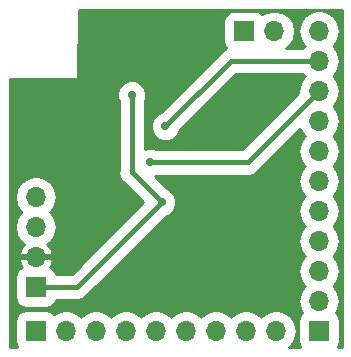
<source format=gbr>
G04 #@! TF.GenerationSoftware,KiCad,Pcbnew,(5.0.1)-3*
G04 #@! TF.CreationDate,2019-09-28T19:11:45-04:00*
G04 #@! TF.ProjectId,BMI160_Breakout,424D493136305F427265616B6F75742E,rev?*
G04 #@! TF.SameCoordinates,Original*
G04 #@! TF.FileFunction,Copper,L2,Bot,Signal*
G04 #@! TF.FilePolarity,Positive*
%FSLAX46Y46*%
G04 Gerber Fmt 4.6, Leading zero omitted, Abs format (unit mm)*
G04 Created by KiCad (PCBNEW (5.0.1)-3) date 9/28/2019 7:11:45 PM*
%MOMM*%
%LPD*%
G01*
G04 APERTURE LIST*
G04 #@! TA.AperFunction,ComponentPad*
%ADD10O,1.700000X1.700000*%
G04 #@! TD*
G04 #@! TA.AperFunction,ComponentPad*
%ADD11R,1.700000X1.700000*%
G04 #@! TD*
G04 #@! TA.AperFunction,ViaPad*
%ADD12C,0.700000*%
G04 #@! TD*
G04 #@! TA.AperFunction,Conductor*
%ADD13C,0.457200*%
G04 #@! TD*
G04 #@! TA.AperFunction,Conductor*
%ADD14C,0.254000*%
G04 #@! TD*
G04 APERTURE END LIST*
D10*
G04 #@! TO.P,J3,2*
G04 #@! TO.N,/SWDCLK*
X206230000Y-72330000D03*
D11*
G04 #@! TO.P,J3,1*
G04 #@! TO.N,/SWDIO*
X203690000Y-72330000D03*
G04 #@! TD*
G04 #@! TO.P,J3,1*
G04 #@! TO.N,/P02*
X186050000Y-97710000D03*
D10*
G04 #@! TO.P,J3,2*
G04 #@! TO.N,/LOAD_SW_CTRL*
X188590000Y-97710000D03*
G04 #@! TO.P,J3,3*
G04 #@! TO.N,/AIN_BAT_DIV_VOLTAGE*
X191130000Y-97710000D03*
G04 #@! TO.P,J3,4*
G04 #@! TO.N,/P05*
X193670000Y-97710000D03*
G04 #@! TO.P,J3,5*
G04 #@! TO.N,/P06*
X196210000Y-97710000D03*
G04 #@! TO.P,J3,6*
G04 #@! TO.N,/P07*
X198750000Y-97710000D03*
G04 #@! TO.P,J3,7*
G04 #@! TO.N,/P08*
X201290000Y-97710000D03*
G04 #@! TO.P,J3,8*
G04 #@! TO.N,/P09*
X203830000Y-97710000D03*
G04 #@! TO.P,J3,9*
G04 #@! TO.N,/P10*
X206370000Y-97710000D03*
G04 #@! TD*
D11*
G04 #@! TO.P,J2,1*
G04 #@! TO.N,DVDD*
X186040000Y-93980000D03*
D10*
G04 #@! TO.P,J2,2*
G04 #@! TO.N,DGND*
X186040000Y-91440000D03*
G04 #@! TO.P,J2,3*
G04 #@! TO.N,AVDD*
X186040000Y-88900000D03*
G04 #@! TO.P,J2,4*
G04 #@! TO.N,AGND*
X186040000Y-86360000D03*
G04 #@! TD*
D11*
G04 #@! TO.P,J2,1*
G04 #@! TO.N,/MAX30003_CSB*
X210024000Y-97710000D03*
D10*
G04 #@! TO.P,J2,2*
G04 #@! TO.N,/MAX30003_SCLK*
X210024000Y-95170000D03*
G04 #@! TO.P,J2,3*
G04 #@! TO.N,/MAX30003_SDI*
X210024000Y-92630000D03*
G04 #@! TO.P,J2,4*
G04 #@! TO.N,/MAX30003_SDO*
X210024000Y-90090000D03*
G04 #@! TO.P,J2,5*
G04 #@! TO.N,/MAX30003_INT2*
X210024000Y-87550000D03*
G04 #@! TO.P,J2,6*
G04 #@! TO.N,/MAX30003_INT*
X210024000Y-85010000D03*
G04 #@! TO.P,J2,7*
G04 #@! TO.N,/P17*
X210024000Y-82470000D03*
G04 #@! TO.P,J2,8*
G04 #@! TO.N,/BMI_INT2*
X210024000Y-79930000D03*
G04 #@! TO.P,J2,9*
G04 #@! TO.N,/BMI_INT1*
X210024000Y-77390000D03*
G04 #@! TO.P,J2,10*
G04 #@! TO.N,/BMI_SDA*
X210024000Y-74850000D03*
G04 #@! TO.P,J2,11*
G04 #@! TO.N,/BMI_SCL*
X210024000Y-72310000D03*
G04 #@! TD*
D12*
G04 #@! TO.N,DGND*
X198450000Y-86730000D03*
X203320000Y-80700000D03*
G04 #@! TO.N,/BMI_SDA*
X197020000Y-80360000D03*
G04 #@! TO.N,/BMI_INT1*
X195710000Y-83440000D03*
G04 #@! TO.N,DVDD*
X196710000Y-86800000D03*
X194170000Y-77730000D03*
G04 #@! TD*
D13*
G04 #@! TO.N,/BMI_SDA*
X197020000Y-80360000D02*
X202530000Y-74850000D01*
X202530000Y-74850000D02*
X210024000Y-74850000D01*
G04 #@! TO.N,/BMI_INT1*
X203974000Y-83440000D02*
X195710000Y-83440000D01*
X210024000Y-77390000D02*
X203974000Y-83440000D01*
G04 #@! TO.N,DVDD*
X189530000Y-93980000D02*
X186040000Y-93980000D01*
X196710000Y-86800000D02*
X189530000Y-93980000D01*
X194170000Y-84260000D02*
X196710000Y-86800000D01*
X194170000Y-77730000D02*
X194170000Y-84260000D01*
G04 #@! TD*
D14*
G04 #@! TO.N,DGND*
G36*
X211931001Y-99061000D02*
X211608433Y-99061000D01*
X211711419Y-98906870D01*
X211780416Y-98560000D01*
X211780416Y-96860000D01*
X211711419Y-96513130D01*
X211514933Y-96219067D01*
X211445508Y-96172679D01*
X211662102Y-95848524D01*
X211797069Y-95170000D01*
X211662102Y-94491476D01*
X211277749Y-93916251D01*
X211253428Y-93900000D01*
X211277749Y-93883749D01*
X211662102Y-93308524D01*
X211797069Y-92630000D01*
X211662102Y-91951476D01*
X211277749Y-91376251D01*
X211253428Y-91360000D01*
X211277749Y-91343749D01*
X211662102Y-90768524D01*
X211797069Y-90090000D01*
X211662102Y-89411476D01*
X211277749Y-88836251D01*
X211253428Y-88820000D01*
X211277749Y-88803749D01*
X211662102Y-88228524D01*
X211797069Y-87550000D01*
X211662102Y-86871476D01*
X211277749Y-86296251D01*
X211253428Y-86280000D01*
X211277749Y-86263749D01*
X211662102Y-85688524D01*
X211797069Y-85010000D01*
X211662102Y-84331476D01*
X211277749Y-83756251D01*
X211253428Y-83740000D01*
X211277749Y-83723749D01*
X211662102Y-83148524D01*
X211797069Y-82470000D01*
X211662102Y-81791476D01*
X211277749Y-81216251D01*
X211253428Y-81200000D01*
X211277749Y-81183749D01*
X211662102Y-80608524D01*
X211797069Y-79930000D01*
X211662102Y-79251476D01*
X211277749Y-78676251D01*
X211253428Y-78660000D01*
X211277749Y-78643749D01*
X211662102Y-78068524D01*
X211797069Y-77390000D01*
X211662102Y-76711476D01*
X211277749Y-76136251D01*
X211253428Y-76120000D01*
X211277749Y-76103749D01*
X211662102Y-75528524D01*
X211797069Y-74850000D01*
X211662102Y-74171476D01*
X211277749Y-73596251D01*
X211253428Y-73580000D01*
X211277749Y-73563749D01*
X211662102Y-72988524D01*
X211797069Y-72310000D01*
X211662102Y-71631476D01*
X211277749Y-71056251D01*
X210702524Y-70671898D01*
X210195276Y-70571000D01*
X209852724Y-70571000D01*
X209345476Y-70671898D01*
X208770251Y-71056251D01*
X208385898Y-71631476D01*
X208250931Y-72310000D01*
X208385898Y-72988524D01*
X208770251Y-73563749D01*
X208794572Y-73580000D01*
X208770251Y-73596251D01*
X208679279Y-73732400D01*
X207261277Y-73732400D01*
X207483749Y-73583749D01*
X207868102Y-73008524D01*
X208003069Y-72330000D01*
X207868102Y-71651476D01*
X207483749Y-71076251D01*
X206908524Y-70691898D01*
X206401276Y-70591000D01*
X206058724Y-70591000D01*
X205551476Y-70691898D01*
X205227321Y-70908492D01*
X205180933Y-70839067D01*
X204886870Y-70642581D01*
X204540000Y-70573584D01*
X202840000Y-70573584D01*
X202493130Y-70642581D01*
X202199067Y-70839067D01*
X202002581Y-71133130D01*
X201933584Y-71480000D01*
X201933584Y-73180000D01*
X202002581Y-73526870D01*
X202172762Y-73781564D01*
X202093934Y-73797244D01*
X201724255Y-74044255D01*
X201661902Y-74137573D01*
X196611250Y-79188226D01*
X196318163Y-79309627D01*
X195969627Y-79658163D01*
X195781000Y-80113548D01*
X195781000Y-80606452D01*
X195969627Y-81061837D01*
X196318163Y-81410373D01*
X196773548Y-81599000D01*
X197266452Y-81599000D01*
X197721837Y-81410373D01*
X198070373Y-81061837D01*
X198191774Y-80768750D01*
X202992925Y-75967600D01*
X208679279Y-75967600D01*
X208770251Y-76103749D01*
X208794572Y-76120000D01*
X208770251Y-76136251D01*
X208385898Y-76711476D01*
X208250931Y-77390000D01*
X208282876Y-77550599D01*
X203511076Y-82322400D01*
X196249537Y-82322400D01*
X195956452Y-82201000D01*
X195463548Y-82201000D01*
X195287600Y-82273880D01*
X195287600Y-78269537D01*
X195409000Y-77976452D01*
X195409000Y-77483548D01*
X195220373Y-77028163D01*
X194871837Y-76679627D01*
X194416452Y-76491000D01*
X193923548Y-76491000D01*
X193468163Y-76679627D01*
X193119627Y-77028163D01*
X192931000Y-77483548D01*
X192931000Y-77976452D01*
X193052400Y-78269537D01*
X193052401Y-84149922D01*
X193030505Y-84260000D01*
X193117244Y-84696065D01*
X193117245Y-84696066D01*
X193364256Y-85065745D01*
X193457574Y-85128098D01*
X195129475Y-86800000D01*
X189067076Y-92862400D01*
X187743187Y-92862400D01*
X187727419Y-92783130D01*
X187530933Y-92489067D01*
X187236870Y-92292581D01*
X187234087Y-92292027D01*
X187311645Y-92206924D01*
X187481476Y-91796890D01*
X187360155Y-91567000D01*
X186167000Y-91567000D01*
X186167000Y-91587000D01*
X185913000Y-91587000D01*
X185913000Y-91567000D01*
X184719845Y-91567000D01*
X184598524Y-91796890D01*
X184768355Y-92206924D01*
X184845913Y-92292027D01*
X184843130Y-92292581D01*
X184549067Y-92489067D01*
X184352581Y-92783130D01*
X184283584Y-93130000D01*
X184283584Y-94830000D01*
X184352581Y-95176870D01*
X184549067Y-95470933D01*
X184843130Y-95667419D01*
X185190000Y-95736416D01*
X186890000Y-95736416D01*
X187236870Y-95667419D01*
X187530933Y-95470933D01*
X187727419Y-95176870D01*
X187743187Y-95097600D01*
X189419927Y-95097600D01*
X189530000Y-95119495D01*
X189640073Y-95097600D01*
X189966066Y-95032756D01*
X190335745Y-94785745D01*
X190398100Y-94692424D01*
X197118752Y-87971773D01*
X197411837Y-87850373D01*
X197760373Y-87501837D01*
X197949000Y-87046452D01*
X197949000Y-86553548D01*
X197760373Y-86098163D01*
X197411837Y-85749627D01*
X197118752Y-85628227D01*
X196107117Y-84616592D01*
X196249537Y-84557600D01*
X203863927Y-84557600D01*
X203974000Y-84579495D01*
X204084073Y-84557600D01*
X204410066Y-84492756D01*
X204779745Y-84245745D01*
X204842100Y-84152424D01*
X208385939Y-80608586D01*
X208770251Y-81183749D01*
X208794572Y-81200000D01*
X208770251Y-81216251D01*
X208385898Y-81791476D01*
X208250931Y-82470000D01*
X208385898Y-83148524D01*
X208770251Y-83723749D01*
X208794572Y-83740000D01*
X208770251Y-83756251D01*
X208385898Y-84331476D01*
X208250931Y-85010000D01*
X208385898Y-85688524D01*
X208770251Y-86263749D01*
X208794572Y-86280000D01*
X208770251Y-86296251D01*
X208385898Y-86871476D01*
X208250931Y-87550000D01*
X208385898Y-88228524D01*
X208770251Y-88803749D01*
X208794572Y-88820000D01*
X208770251Y-88836251D01*
X208385898Y-89411476D01*
X208250931Y-90090000D01*
X208385898Y-90768524D01*
X208770251Y-91343749D01*
X208794572Y-91360000D01*
X208770251Y-91376251D01*
X208385898Y-91951476D01*
X208250931Y-92630000D01*
X208385898Y-93308524D01*
X208770251Y-93883749D01*
X208794572Y-93900000D01*
X208770251Y-93916251D01*
X208385898Y-94491476D01*
X208250931Y-95170000D01*
X208385898Y-95848524D01*
X208602492Y-96172679D01*
X208533067Y-96219067D01*
X208336581Y-96513130D01*
X208267584Y-96860000D01*
X208267584Y-98560000D01*
X208336581Y-98906870D01*
X208439567Y-99061000D01*
X207478203Y-99061000D01*
X207623749Y-98963749D01*
X208008102Y-98388524D01*
X208143069Y-97710000D01*
X208008102Y-97031476D01*
X207623749Y-96456251D01*
X207048524Y-96071898D01*
X206541276Y-95971000D01*
X206198724Y-95971000D01*
X205691476Y-96071898D01*
X205116251Y-96456251D01*
X205100000Y-96480572D01*
X205083749Y-96456251D01*
X204508524Y-96071898D01*
X204001276Y-95971000D01*
X203658724Y-95971000D01*
X203151476Y-96071898D01*
X202576251Y-96456251D01*
X202560000Y-96480572D01*
X202543749Y-96456251D01*
X201968524Y-96071898D01*
X201461276Y-95971000D01*
X201118724Y-95971000D01*
X200611476Y-96071898D01*
X200036251Y-96456251D01*
X200020000Y-96480572D01*
X200003749Y-96456251D01*
X199428524Y-96071898D01*
X198921276Y-95971000D01*
X198578724Y-95971000D01*
X198071476Y-96071898D01*
X197496251Y-96456251D01*
X197480000Y-96480572D01*
X197463749Y-96456251D01*
X196888524Y-96071898D01*
X196381276Y-95971000D01*
X196038724Y-95971000D01*
X195531476Y-96071898D01*
X194956251Y-96456251D01*
X194940000Y-96480572D01*
X194923749Y-96456251D01*
X194348524Y-96071898D01*
X193841276Y-95971000D01*
X193498724Y-95971000D01*
X192991476Y-96071898D01*
X192416251Y-96456251D01*
X192400000Y-96480572D01*
X192383749Y-96456251D01*
X191808524Y-96071898D01*
X191301276Y-95971000D01*
X190958724Y-95971000D01*
X190451476Y-96071898D01*
X189876251Y-96456251D01*
X189860000Y-96480572D01*
X189843749Y-96456251D01*
X189268524Y-96071898D01*
X188761276Y-95971000D01*
X188418724Y-95971000D01*
X187911476Y-96071898D01*
X187587321Y-96288492D01*
X187540933Y-96219067D01*
X187246870Y-96022581D01*
X186900000Y-95953584D01*
X185200000Y-95953584D01*
X184853130Y-96022581D01*
X184559067Y-96219067D01*
X184362581Y-96513130D01*
X184293584Y-96860000D01*
X184293584Y-98560000D01*
X184362581Y-98906870D01*
X184465567Y-99061000D01*
X183849000Y-99061000D01*
X183849000Y-86360000D01*
X184266931Y-86360000D01*
X184401898Y-87038524D01*
X184786251Y-87613749D01*
X184810572Y-87630000D01*
X184786251Y-87646251D01*
X184401898Y-88221476D01*
X184266931Y-88900000D01*
X184401898Y-89578524D01*
X184786251Y-90153749D01*
X185069286Y-90342867D01*
X184768355Y-90673076D01*
X184598524Y-91083110D01*
X184719845Y-91313000D01*
X185913000Y-91313000D01*
X185913000Y-91293000D01*
X186167000Y-91293000D01*
X186167000Y-91313000D01*
X187360155Y-91313000D01*
X187481476Y-91083110D01*
X187311645Y-90673076D01*
X187010714Y-90342867D01*
X187293749Y-90153749D01*
X187678102Y-89578524D01*
X187813069Y-88900000D01*
X187678102Y-88221476D01*
X187293749Y-87646251D01*
X187269428Y-87630000D01*
X187293749Y-87613749D01*
X187678102Y-87038524D01*
X187813069Y-86360000D01*
X187678102Y-85681476D01*
X187293749Y-85106251D01*
X186718524Y-84721898D01*
X186211276Y-84621000D01*
X185868724Y-84621000D01*
X185361476Y-84721898D01*
X184786251Y-85106251D01*
X184401898Y-85681476D01*
X184266931Y-86360000D01*
X183849000Y-86360000D01*
X183849000Y-76357000D01*
X189520000Y-76357000D01*
X189568601Y-76347333D01*
X189609803Y-76319803D01*
X189637333Y-76278601D01*
X189646996Y-76230968D01*
X189690456Y-70529000D01*
X211931000Y-70529000D01*
X211931001Y-99061000D01*
X211931001Y-99061000D01*
G37*
X211931001Y-99061000D02*
X211608433Y-99061000D01*
X211711419Y-98906870D01*
X211780416Y-98560000D01*
X211780416Y-96860000D01*
X211711419Y-96513130D01*
X211514933Y-96219067D01*
X211445508Y-96172679D01*
X211662102Y-95848524D01*
X211797069Y-95170000D01*
X211662102Y-94491476D01*
X211277749Y-93916251D01*
X211253428Y-93900000D01*
X211277749Y-93883749D01*
X211662102Y-93308524D01*
X211797069Y-92630000D01*
X211662102Y-91951476D01*
X211277749Y-91376251D01*
X211253428Y-91360000D01*
X211277749Y-91343749D01*
X211662102Y-90768524D01*
X211797069Y-90090000D01*
X211662102Y-89411476D01*
X211277749Y-88836251D01*
X211253428Y-88820000D01*
X211277749Y-88803749D01*
X211662102Y-88228524D01*
X211797069Y-87550000D01*
X211662102Y-86871476D01*
X211277749Y-86296251D01*
X211253428Y-86280000D01*
X211277749Y-86263749D01*
X211662102Y-85688524D01*
X211797069Y-85010000D01*
X211662102Y-84331476D01*
X211277749Y-83756251D01*
X211253428Y-83740000D01*
X211277749Y-83723749D01*
X211662102Y-83148524D01*
X211797069Y-82470000D01*
X211662102Y-81791476D01*
X211277749Y-81216251D01*
X211253428Y-81200000D01*
X211277749Y-81183749D01*
X211662102Y-80608524D01*
X211797069Y-79930000D01*
X211662102Y-79251476D01*
X211277749Y-78676251D01*
X211253428Y-78660000D01*
X211277749Y-78643749D01*
X211662102Y-78068524D01*
X211797069Y-77390000D01*
X211662102Y-76711476D01*
X211277749Y-76136251D01*
X211253428Y-76120000D01*
X211277749Y-76103749D01*
X211662102Y-75528524D01*
X211797069Y-74850000D01*
X211662102Y-74171476D01*
X211277749Y-73596251D01*
X211253428Y-73580000D01*
X211277749Y-73563749D01*
X211662102Y-72988524D01*
X211797069Y-72310000D01*
X211662102Y-71631476D01*
X211277749Y-71056251D01*
X210702524Y-70671898D01*
X210195276Y-70571000D01*
X209852724Y-70571000D01*
X209345476Y-70671898D01*
X208770251Y-71056251D01*
X208385898Y-71631476D01*
X208250931Y-72310000D01*
X208385898Y-72988524D01*
X208770251Y-73563749D01*
X208794572Y-73580000D01*
X208770251Y-73596251D01*
X208679279Y-73732400D01*
X207261277Y-73732400D01*
X207483749Y-73583749D01*
X207868102Y-73008524D01*
X208003069Y-72330000D01*
X207868102Y-71651476D01*
X207483749Y-71076251D01*
X206908524Y-70691898D01*
X206401276Y-70591000D01*
X206058724Y-70591000D01*
X205551476Y-70691898D01*
X205227321Y-70908492D01*
X205180933Y-70839067D01*
X204886870Y-70642581D01*
X204540000Y-70573584D01*
X202840000Y-70573584D01*
X202493130Y-70642581D01*
X202199067Y-70839067D01*
X202002581Y-71133130D01*
X201933584Y-71480000D01*
X201933584Y-73180000D01*
X202002581Y-73526870D01*
X202172762Y-73781564D01*
X202093934Y-73797244D01*
X201724255Y-74044255D01*
X201661902Y-74137573D01*
X196611250Y-79188226D01*
X196318163Y-79309627D01*
X195969627Y-79658163D01*
X195781000Y-80113548D01*
X195781000Y-80606452D01*
X195969627Y-81061837D01*
X196318163Y-81410373D01*
X196773548Y-81599000D01*
X197266452Y-81599000D01*
X197721837Y-81410373D01*
X198070373Y-81061837D01*
X198191774Y-80768750D01*
X202992925Y-75967600D01*
X208679279Y-75967600D01*
X208770251Y-76103749D01*
X208794572Y-76120000D01*
X208770251Y-76136251D01*
X208385898Y-76711476D01*
X208250931Y-77390000D01*
X208282876Y-77550599D01*
X203511076Y-82322400D01*
X196249537Y-82322400D01*
X195956452Y-82201000D01*
X195463548Y-82201000D01*
X195287600Y-82273880D01*
X195287600Y-78269537D01*
X195409000Y-77976452D01*
X195409000Y-77483548D01*
X195220373Y-77028163D01*
X194871837Y-76679627D01*
X194416452Y-76491000D01*
X193923548Y-76491000D01*
X193468163Y-76679627D01*
X193119627Y-77028163D01*
X192931000Y-77483548D01*
X192931000Y-77976452D01*
X193052400Y-78269537D01*
X193052401Y-84149922D01*
X193030505Y-84260000D01*
X193117244Y-84696065D01*
X193117245Y-84696066D01*
X193364256Y-85065745D01*
X193457574Y-85128098D01*
X195129475Y-86800000D01*
X189067076Y-92862400D01*
X187743187Y-92862400D01*
X187727419Y-92783130D01*
X187530933Y-92489067D01*
X187236870Y-92292581D01*
X187234087Y-92292027D01*
X187311645Y-92206924D01*
X187481476Y-91796890D01*
X187360155Y-91567000D01*
X186167000Y-91567000D01*
X186167000Y-91587000D01*
X185913000Y-91587000D01*
X185913000Y-91567000D01*
X184719845Y-91567000D01*
X184598524Y-91796890D01*
X184768355Y-92206924D01*
X184845913Y-92292027D01*
X184843130Y-92292581D01*
X184549067Y-92489067D01*
X184352581Y-92783130D01*
X184283584Y-93130000D01*
X184283584Y-94830000D01*
X184352581Y-95176870D01*
X184549067Y-95470933D01*
X184843130Y-95667419D01*
X185190000Y-95736416D01*
X186890000Y-95736416D01*
X187236870Y-95667419D01*
X187530933Y-95470933D01*
X187727419Y-95176870D01*
X187743187Y-95097600D01*
X189419927Y-95097600D01*
X189530000Y-95119495D01*
X189640073Y-95097600D01*
X189966066Y-95032756D01*
X190335745Y-94785745D01*
X190398100Y-94692424D01*
X197118752Y-87971773D01*
X197411837Y-87850373D01*
X197760373Y-87501837D01*
X197949000Y-87046452D01*
X197949000Y-86553548D01*
X197760373Y-86098163D01*
X197411837Y-85749627D01*
X197118752Y-85628227D01*
X196107117Y-84616592D01*
X196249537Y-84557600D01*
X203863927Y-84557600D01*
X203974000Y-84579495D01*
X204084073Y-84557600D01*
X204410066Y-84492756D01*
X204779745Y-84245745D01*
X204842100Y-84152424D01*
X208385939Y-80608586D01*
X208770251Y-81183749D01*
X208794572Y-81200000D01*
X208770251Y-81216251D01*
X208385898Y-81791476D01*
X208250931Y-82470000D01*
X208385898Y-83148524D01*
X208770251Y-83723749D01*
X208794572Y-83740000D01*
X208770251Y-83756251D01*
X208385898Y-84331476D01*
X208250931Y-85010000D01*
X208385898Y-85688524D01*
X208770251Y-86263749D01*
X208794572Y-86280000D01*
X208770251Y-86296251D01*
X208385898Y-86871476D01*
X208250931Y-87550000D01*
X208385898Y-88228524D01*
X208770251Y-88803749D01*
X208794572Y-88820000D01*
X208770251Y-88836251D01*
X208385898Y-89411476D01*
X208250931Y-90090000D01*
X208385898Y-90768524D01*
X208770251Y-91343749D01*
X208794572Y-91360000D01*
X208770251Y-91376251D01*
X208385898Y-91951476D01*
X208250931Y-92630000D01*
X208385898Y-93308524D01*
X208770251Y-93883749D01*
X208794572Y-93900000D01*
X208770251Y-93916251D01*
X208385898Y-94491476D01*
X208250931Y-95170000D01*
X208385898Y-95848524D01*
X208602492Y-96172679D01*
X208533067Y-96219067D01*
X208336581Y-96513130D01*
X208267584Y-96860000D01*
X208267584Y-98560000D01*
X208336581Y-98906870D01*
X208439567Y-99061000D01*
X207478203Y-99061000D01*
X207623749Y-98963749D01*
X208008102Y-98388524D01*
X208143069Y-97710000D01*
X208008102Y-97031476D01*
X207623749Y-96456251D01*
X207048524Y-96071898D01*
X206541276Y-95971000D01*
X206198724Y-95971000D01*
X205691476Y-96071898D01*
X205116251Y-96456251D01*
X205100000Y-96480572D01*
X205083749Y-96456251D01*
X204508524Y-96071898D01*
X204001276Y-95971000D01*
X203658724Y-95971000D01*
X203151476Y-96071898D01*
X202576251Y-96456251D01*
X202560000Y-96480572D01*
X202543749Y-96456251D01*
X201968524Y-96071898D01*
X201461276Y-95971000D01*
X201118724Y-95971000D01*
X200611476Y-96071898D01*
X200036251Y-96456251D01*
X200020000Y-96480572D01*
X200003749Y-96456251D01*
X199428524Y-96071898D01*
X198921276Y-95971000D01*
X198578724Y-95971000D01*
X198071476Y-96071898D01*
X197496251Y-96456251D01*
X197480000Y-96480572D01*
X197463749Y-96456251D01*
X196888524Y-96071898D01*
X196381276Y-95971000D01*
X196038724Y-95971000D01*
X195531476Y-96071898D01*
X194956251Y-96456251D01*
X194940000Y-96480572D01*
X194923749Y-96456251D01*
X194348524Y-96071898D01*
X193841276Y-95971000D01*
X193498724Y-95971000D01*
X192991476Y-96071898D01*
X192416251Y-96456251D01*
X192400000Y-96480572D01*
X192383749Y-96456251D01*
X191808524Y-96071898D01*
X191301276Y-95971000D01*
X190958724Y-95971000D01*
X190451476Y-96071898D01*
X189876251Y-96456251D01*
X189860000Y-96480572D01*
X189843749Y-96456251D01*
X189268524Y-96071898D01*
X188761276Y-95971000D01*
X188418724Y-95971000D01*
X187911476Y-96071898D01*
X187587321Y-96288492D01*
X187540933Y-96219067D01*
X187246870Y-96022581D01*
X186900000Y-95953584D01*
X185200000Y-95953584D01*
X184853130Y-96022581D01*
X184559067Y-96219067D01*
X184362581Y-96513130D01*
X184293584Y-96860000D01*
X184293584Y-98560000D01*
X184362581Y-98906870D01*
X184465567Y-99061000D01*
X183849000Y-99061000D01*
X183849000Y-86360000D01*
X184266931Y-86360000D01*
X184401898Y-87038524D01*
X184786251Y-87613749D01*
X184810572Y-87630000D01*
X184786251Y-87646251D01*
X184401898Y-88221476D01*
X184266931Y-88900000D01*
X184401898Y-89578524D01*
X184786251Y-90153749D01*
X185069286Y-90342867D01*
X184768355Y-90673076D01*
X184598524Y-91083110D01*
X184719845Y-91313000D01*
X185913000Y-91313000D01*
X185913000Y-91293000D01*
X186167000Y-91293000D01*
X186167000Y-91313000D01*
X187360155Y-91313000D01*
X187481476Y-91083110D01*
X187311645Y-90673076D01*
X187010714Y-90342867D01*
X187293749Y-90153749D01*
X187678102Y-89578524D01*
X187813069Y-88900000D01*
X187678102Y-88221476D01*
X187293749Y-87646251D01*
X187269428Y-87630000D01*
X187293749Y-87613749D01*
X187678102Y-87038524D01*
X187813069Y-86360000D01*
X187678102Y-85681476D01*
X187293749Y-85106251D01*
X186718524Y-84721898D01*
X186211276Y-84621000D01*
X185868724Y-84621000D01*
X185361476Y-84721898D01*
X184786251Y-85106251D01*
X184401898Y-85681476D01*
X184266931Y-86360000D01*
X183849000Y-86360000D01*
X183849000Y-76357000D01*
X189520000Y-76357000D01*
X189568601Y-76347333D01*
X189609803Y-76319803D01*
X189637333Y-76278601D01*
X189646996Y-76230968D01*
X189690456Y-70529000D01*
X211931000Y-70529000D01*
X211931001Y-99061000D01*
G04 #@! TD*
M02*

</source>
